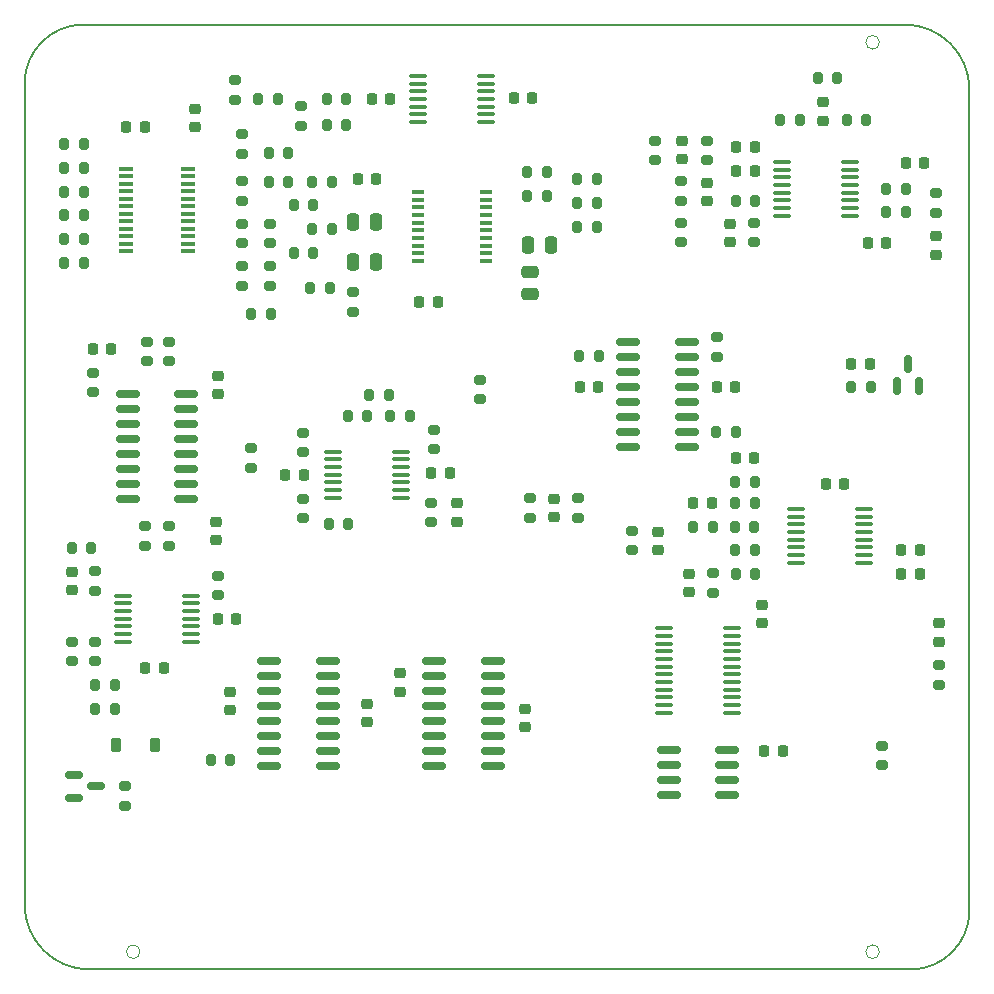
<source format=gbr>
G04 #@! TF.GenerationSoftware,KiCad,Pcbnew,7.0.11*
G04 #@! TF.CreationDate,2025-02-13T22:30:29-08:00*
G04 #@! TF.ProjectId,poledancer,706f6c65-6461-46e6-9365-722e6b696361,0.2*
G04 #@! TF.SameCoordinates,PX3de4ba0PY6578900*
G04 #@! TF.FileFunction,Paste,Top*
G04 #@! TF.FilePolarity,Positive*
%FSLAX46Y46*%
G04 Gerber Fmt 4.6, Leading zero omitted, Abs format (unit mm)*
G04 Created by KiCad (PCBNEW 7.0.11) date 2025-02-13 22:30:29*
%MOMM*%
%LPD*%
G01*
G04 APERTURE LIST*
G04 Aperture macros list*
%AMRoundRect*
0 Rectangle with rounded corners*
0 $1 Rounding radius*
0 $2 $3 $4 $5 $6 $7 $8 $9 X,Y pos of 4 corners*
0 Add a 4 corners polygon primitive as box body*
4,1,4,$2,$3,$4,$5,$6,$7,$8,$9,$2,$3,0*
0 Add four circle primitives for the rounded corners*
1,1,$1+$1,$2,$3*
1,1,$1+$1,$4,$5*
1,1,$1+$1,$6,$7*
1,1,$1+$1,$8,$9*
0 Add four rect primitives between the rounded corners*
20,1,$1+$1,$2,$3,$4,$5,0*
20,1,$1+$1,$4,$5,$6,$7,0*
20,1,$1+$1,$6,$7,$8,$9,0*
20,1,$1+$1,$8,$9,$2,$3,0*%
G04 Aperture macros list end*
%ADD10RoundRect,0.225000X-0.250000X0.225000X-0.250000X-0.225000X0.250000X-0.225000X0.250000X0.225000X0*%
%ADD11RoundRect,0.225000X0.250000X-0.225000X0.250000X0.225000X-0.250000X0.225000X-0.250000X-0.225000X0*%
%ADD12RoundRect,0.200000X0.200000X0.275000X-0.200000X0.275000X-0.200000X-0.275000X0.200000X-0.275000X0*%
%ADD13RoundRect,0.100000X0.637500X0.100000X-0.637500X0.100000X-0.637500X-0.100000X0.637500X-0.100000X0*%
%ADD14RoundRect,0.100000X-0.637500X-0.100000X0.637500X-0.100000X0.637500X0.100000X-0.637500X0.100000X0*%
%ADD15RoundRect,0.225000X0.225000X0.250000X-0.225000X0.250000X-0.225000X-0.250000X0.225000X-0.250000X0*%
%ADD16R,1.200000X0.400000*%
%ADD17RoundRect,0.250000X0.250000X0.475000X-0.250000X0.475000X-0.250000X-0.475000X0.250000X-0.475000X0*%
%ADD18RoundRect,0.150000X-0.825000X-0.150000X0.825000X-0.150000X0.825000X0.150000X-0.825000X0.150000X0*%
%ADD19RoundRect,0.225000X-0.225000X-0.250000X0.225000X-0.250000X0.225000X0.250000X-0.225000X0.250000X0*%
%ADD20RoundRect,0.200000X0.275000X-0.200000X0.275000X0.200000X-0.275000X0.200000X-0.275000X-0.200000X0*%
%ADD21RoundRect,0.200000X-0.200000X-0.275000X0.200000X-0.275000X0.200000X0.275000X-0.200000X0.275000X0*%
%ADD22RoundRect,0.200000X-0.275000X0.200000X-0.275000X-0.200000X0.275000X-0.200000X0.275000X0.200000X0*%
%ADD23RoundRect,0.250000X-0.475000X0.250000X-0.475000X-0.250000X0.475000X-0.250000X0.475000X0.250000X0*%
%ADD24RoundRect,0.150000X-0.587500X-0.150000X0.587500X-0.150000X0.587500X0.150000X-0.587500X0.150000X0*%
%ADD25R,1.000000X0.400000*%
%ADD26RoundRect,0.218750X0.256250X-0.218750X0.256250X0.218750X-0.256250X0.218750X-0.256250X-0.218750X0*%
%ADD27RoundRect,0.250000X-0.250000X-0.475000X0.250000X-0.475000X0.250000X0.475000X-0.250000X0.475000X0*%
%ADD28RoundRect,0.150000X0.150000X-0.587500X0.150000X0.587500X-0.150000X0.587500X-0.150000X-0.587500X0*%
%ADD29RoundRect,0.225000X-0.225000X-0.375000X0.225000X-0.375000X0.225000X0.375000X-0.225000X0.375000X0*%
G04 #@! TA.AperFunction,Profile*
%ADD30C,0.150000*%
G04 #@! TD*
G04 #@! TA.AperFunction,Profile*
%ADD31C,0.050000*%
G04 #@! TD*
G04 APERTURE END LIST*
D10*
X56125000Y71625000D03*
X56125000Y70075000D03*
D11*
X45325000Y39795000D03*
X45325000Y41345000D03*
D12*
X22824998Y70600000D03*
X21174998Y70600000D03*
D11*
X54100000Y37025000D03*
X54100000Y38575000D03*
D13*
X71562500Y35925000D03*
X71562500Y36575000D03*
X71562500Y37225000D03*
X71562500Y37875000D03*
X71562500Y38525000D03*
X71562500Y39175000D03*
X71562500Y39825000D03*
X71562500Y40475000D03*
X65837500Y40475000D03*
X65837500Y39825000D03*
X65837500Y39175000D03*
X65837500Y38525000D03*
X65837500Y37875000D03*
X65837500Y37225000D03*
X65837500Y36575000D03*
X65837500Y35925000D03*
D14*
X33837500Y77150000D03*
X33837500Y76500000D03*
X33837500Y75850000D03*
X33837500Y75200000D03*
X33837500Y74550000D03*
X33837500Y73900000D03*
X33837500Y73250000D03*
X39562500Y73250000D03*
X39562500Y73900000D03*
X39562500Y74550000D03*
X39562500Y75200000D03*
X39562500Y75850000D03*
X39562500Y76500000D03*
X39562500Y77150000D03*
D12*
X5525000Y67350000D03*
X3875000Y67350000D03*
D15*
X31475000Y75200000D03*
X29925000Y75200000D03*
D16*
X9100000Y69292500D03*
X9100000Y68657500D03*
X9100000Y68022500D03*
X9100000Y67387500D03*
X9100000Y66752500D03*
X9100000Y66117500D03*
X9100000Y65482500D03*
X9100000Y64847500D03*
X9100000Y64212500D03*
X9100000Y63577500D03*
X9100000Y62942500D03*
X9100000Y62307500D03*
X14300000Y62307500D03*
X14300000Y62942500D03*
X14300000Y63577500D03*
X14300000Y64212500D03*
X14300000Y64847500D03*
X14300000Y65482500D03*
X14300000Y66117500D03*
X14300000Y66752500D03*
X14300000Y67387500D03*
X14300000Y68022500D03*
X14300000Y68657500D03*
X14300000Y69292500D03*
D17*
X30250000Y64800000D03*
X28350000Y64800000D03*
D18*
X51625000Y54645000D03*
X51625000Y53375000D03*
X51625000Y52105000D03*
X51625000Y50835000D03*
X51625000Y49565000D03*
X51625000Y48295000D03*
X51625000Y47025000D03*
X51625000Y45755000D03*
X56575000Y45755000D03*
X56575000Y47025000D03*
X56575000Y48295000D03*
X56575000Y49565000D03*
X56575000Y50835000D03*
X56575000Y52105000D03*
X56575000Y53375000D03*
X56575000Y54645000D03*
D19*
X10725000Y27000000D03*
X12275000Y27000000D03*
D20*
X23900000Y72925000D03*
X23900000Y74575000D03*
D21*
X29675000Y50150000D03*
X31325000Y50150000D03*
D19*
X68325000Y42600000D03*
X69875000Y42600000D03*
D18*
X9225000Y50245000D03*
X9225000Y48975000D03*
X9225000Y47705000D03*
X9225000Y46435000D03*
X9225000Y45165000D03*
X9225000Y43895000D03*
X9225000Y42625000D03*
X9225000Y41355000D03*
X14175000Y41355000D03*
X14175000Y42625000D03*
X14175000Y43895000D03*
X14175000Y45165000D03*
X14175000Y46435000D03*
X14175000Y47705000D03*
X14175000Y48975000D03*
X14175000Y50245000D03*
D15*
X72050000Y52800000D03*
X70500000Y52800000D03*
D10*
X37097000Y40975000D03*
X37097000Y39425000D03*
D20*
X21249998Y59375000D03*
X21249998Y61025000D03*
D12*
X24925000Y62200000D03*
X23275000Y62200000D03*
D21*
X43050000Y69000000D03*
X44700000Y69000000D03*
X70100000Y73400000D03*
X71750000Y73400000D03*
D12*
X75100000Y65600000D03*
X73450000Y65600000D03*
D21*
X26075000Y75200000D03*
X27725000Y75200000D03*
D12*
X21925000Y75200000D03*
X20275000Y75200000D03*
D20*
X6500000Y27575000D03*
X6500000Y29225000D03*
D22*
X58750000Y35025000D03*
X58750000Y33375000D03*
D23*
X43300000Y60550000D03*
X43300000Y58650000D03*
D22*
X12700000Y54625000D03*
X12700000Y52975000D03*
D20*
X53900000Y70025000D03*
X53900000Y71675000D03*
D12*
X8125000Y25600000D03*
X6475000Y25600000D03*
D11*
X17900000Y23425000D03*
X17900000Y24975000D03*
D24*
X4692500Y17950000D03*
X4692500Y16050000D03*
X6567500Y17000000D03*
D22*
X19700000Y45625000D03*
X19700000Y43975000D03*
D19*
X28725000Y68400000D03*
X30275000Y68400000D03*
D21*
X67675000Y77000000D03*
X69325000Y77000000D03*
D11*
X16900000Y50225000D03*
X16900000Y51775000D03*
D22*
X18900000Y61025000D03*
X18900000Y59375000D03*
D20*
X18900000Y70575000D03*
X18900000Y72225000D03*
D22*
X43325000Y41395000D03*
X43325000Y39745000D03*
D12*
X22824998Y68200000D03*
X21174998Y68200000D03*
D10*
X62900000Y32375000D03*
X62900000Y30825000D03*
D19*
X34950000Y43550000D03*
X36500000Y43550000D03*
D15*
X62312500Y71100000D03*
X60762500Y71100000D03*
D22*
X6475000Y35200000D03*
X6475000Y33550000D03*
D19*
X60725000Y44800000D03*
X62275000Y44800000D03*
D15*
X49075000Y50800000D03*
X47525000Y50800000D03*
X62312500Y69100000D03*
X60762500Y69100000D03*
D12*
X49125000Y53400000D03*
X47475000Y53400000D03*
D20*
X18300000Y75125000D03*
X18300000Y76775000D03*
D12*
X5525000Y71350000D03*
X3875000Y71350000D03*
D21*
X47275000Y64400000D03*
X48925000Y64400000D03*
D18*
X21200000Y27645000D03*
X21200000Y26375000D03*
X21200000Y25105000D03*
X21200000Y23835000D03*
X21200000Y22565000D03*
X21200000Y21295000D03*
X21200000Y20025000D03*
X21200000Y18755000D03*
X26150000Y18755000D03*
X26150000Y20025000D03*
X26150000Y21295000D03*
X26150000Y22565000D03*
X26150000Y23835000D03*
X26150000Y25105000D03*
X26150000Y26375000D03*
X26150000Y27645000D03*
D10*
X77700000Y63575000D03*
X77700000Y62025000D03*
D11*
X68125000Y73375000D03*
X68125000Y74925000D03*
D22*
X4525000Y29225000D03*
X4525000Y27575000D03*
D12*
X58750000Y39000000D03*
X57100000Y39000000D03*
D21*
X64500000Y73400000D03*
X66150000Y73400000D03*
D17*
X30250000Y61400000D03*
X28350000Y61400000D03*
D12*
X5525000Y63350000D03*
X3875000Y63350000D03*
D19*
X71925000Y63000000D03*
X73475000Y63000000D03*
D22*
X35125000Y47175000D03*
X35125000Y45525000D03*
D25*
X39600000Y61475000D03*
X39600000Y62125000D03*
X39600000Y62775000D03*
X39600000Y63425000D03*
X39600000Y64075000D03*
X39600000Y64725000D03*
X39600000Y65375000D03*
X39600000Y66025000D03*
X39600000Y66675000D03*
X39600000Y67325000D03*
X33800000Y67325000D03*
X33800000Y66675000D03*
X33800000Y66025000D03*
X33800000Y65375000D03*
X33800000Y64725000D03*
X33800000Y64075000D03*
X33800000Y63425000D03*
X33800000Y62775000D03*
X33800000Y62125000D03*
X33800000Y61475000D03*
D19*
X41925000Y75250000D03*
X43475000Y75250000D03*
D22*
X56100000Y64700000D03*
X56100000Y63050000D03*
D18*
X35200000Y27600000D03*
X35200000Y26330000D03*
X35200000Y25060000D03*
X35200000Y23790000D03*
X35200000Y22520000D03*
X35200000Y21250000D03*
X35200000Y19980000D03*
X35200000Y18710000D03*
X40150000Y18710000D03*
X40150000Y19980000D03*
X40150000Y21250000D03*
X40150000Y22520000D03*
X40150000Y23790000D03*
X40150000Y25060000D03*
X40150000Y26330000D03*
X40150000Y27600000D03*
D20*
X12700000Y37375000D03*
X12700000Y39025000D03*
D19*
X33925000Y58000000D03*
X35475000Y58000000D03*
D15*
X58675000Y41000000D03*
X57125000Y41000000D03*
D11*
X14900000Y72825000D03*
X14900000Y74375000D03*
D21*
X19675000Y57000000D03*
X21325000Y57000000D03*
D10*
X32300000Y26575000D03*
X32300000Y25025000D03*
D12*
X48925000Y68400000D03*
X47275000Y68400000D03*
D20*
X59150000Y53375000D03*
X59150000Y55025000D03*
D12*
X26500000Y68200000D03*
X24850000Y68200000D03*
D14*
X64637500Y69875000D03*
X64637500Y69225000D03*
X64637500Y68575000D03*
X64637500Y67925000D03*
X64637500Y67275000D03*
X64637500Y66625000D03*
X64637500Y65975000D03*
X64637500Y65325000D03*
X70362500Y65325000D03*
X70362500Y65975000D03*
X70362500Y66625000D03*
X70362500Y67275000D03*
X70362500Y67925000D03*
X70362500Y68575000D03*
X70362500Y69225000D03*
X70362500Y69875000D03*
D22*
X6300000Y52025000D03*
X6300000Y50375000D03*
D20*
X34925000Y39375000D03*
X34925000Y41025000D03*
D22*
X77900000Y27237500D03*
X77900000Y25587500D03*
D12*
X26325000Y59200000D03*
X24675000Y59200000D03*
X75100000Y67600000D03*
X73450000Y67600000D03*
X5525000Y61350000D03*
X3875000Y61350000D03*
D14*
X54637500Y30375000D03*
X54637500Y29725000D03*
X54637500Y29075000D03*
X54637500Y28425000D03*
X54637500Y27775000D03*
X54637500Y27125000D03*
X54637500Y26475000D03*
X54637500Y25825000D03*
X54637500Y25175000D03*
X54637500Y24525000D03*
X54637500Y23875000D03*
X54637500Y23225000D03*
X60362500Y23225000D03*
X60362500Y23875000D03*
X60362500Y24525000D03*
X60362500Y25175000D03*
X60362500Y25825000D03*
X60362500Y26475000D03*
X60362500Y27125000D03*
X60362500Y27775000D03*
X60362500Y28425000D03*
X60362500Y29075000D03*
X60362500Y29725000D03*
X60362500Y30375000D03*
D21*
X60675000Y42800000D03*
X62325000Y42800000D03*
D11*
X29500000Y22425000D03*
X29500000Y23975000D03*
D22*
X9010000Y17025000D03*
X9010000Y15375000D03*
X21249998Y64625000D03*
X21249998Y62975000D03*
D19*
X75125000Y69800000D03*
X76675000Y69800000D03*
D11*
X42900000Y22025000D03*
X42900000Y23575000D03*
D19*
X74725000Y37000000D03*
X76275000Y37000000D03*
D21*
X59075000Y47000000D03*
X60725000Y47000000D03*
D19*
X74725000Y35016000D03*
X76275000Y35016000D03*
D12*
X5525000Y69350000D03*
X3875000Y69350000D03*
D19*
X6300000Y54000000D03*
X7850000Y54000000D03*
D21*
X27875000Y48350000D03*
X29525000Y48350000D03*
D15*
X60675000Y50800000D03*
X59125000Y50800000D03*
D21*
X60712500Y66600000D03*
X62362500Y66600000D03*
D10*
X56725000Y34975000D03*
X56725000Y33425000D03*
D14*
X8837500Y33150000D03*
X8837500Y32500000D03*
X8837500Y31850000D03*
X8837500Y31200000D03*
X8837500Y30550000D03*
X8837500Y29900000D03*
X8837500Y29250000D03*
X14562500Y29250000D03*
X14562500Y29900000D03*
X14562500Y30550000D03*
X14562500Y31200000D03*
X14562500Y31850000D03*
X14562500Y32500000D03*
X14562500Y33150000D03*
D20*
X47325000Y39745000D03*
X47325000Y41395000D03*
D21*
X4475000Y37200000D03*
X6125000Y37200000D03*
D22*
X73100000Y20425000D03*
X73100000Y18775000D03*
D21*
X60700000Y35000000D03*
X62350000Y35000000D03*
D22*
X10900000Y54625000D03*
X10900000Y52975000D03*
D21*
X60675000Y41000000D03*
X62325000Y41000000D03*
D18*
X55025000Y20105000D03*
X55025000Y18835000D03*
X55025000Y17565000D03*
X55025000Y16295000D03*
X59975000Y16295000D03*
X59975000Y17565000D03*
X59975000Y18835000D03*
X59975000Y20105000D03*
D22*
X24100000Y46950000D03*
X24100000Y45300000D03*
D19*
X9125000Y72850000D03*
X10675000Y72850000D03*
D22*
X58300000Y71675000D03*
X58300000Y70025000D03*
D11*
X60212500Y63100000D03*
X60212500Y64650000D03*
D21*
X60675000Y37000000D03*
X62325000Y37000000D03*
X31460000Y48350000D03*
X33110000Y48350000D03*
X16275000Y19200000D03*
X17925000Y19200000D03*
D20*
X62287500Y63050000D03*
X62287500Y64700000D03*
D12*
X27925000Y39200000D03*
X26275000Y39200000D03*
D26*
X77900000Y29225000D03*
X77900000Y30800000D03*
D12*
X5525000Y65350000D03*
X3875000Y65350000D03*
D27*
X43150000Y62800000D03*
X45050000Y62800000D03*
D22*
X39100000Y51425000D03*
X39100000Y49775000D03*
D21*
X70475000Y50800000D03*
X72125000Y50800000D03*
D22*
X18900000Y68225000D03*
X18900000Y66575000D03*
D21*
X60650000Y39000000D03*
X62300000Y39000000D03*
D22*
X56117500Y68225000D03*
X56117500Y66575000D03*
D20*
X10700000Y37375000D03*
X10700000Y39025000D03*
X28300000Y57175000D03*
X28300000Y58825000D03*
D21*
X6475000Y23525000D03*
X8125000Y23525000D03*
D11*
X58300000Y66575000D03*
X58300000Y68125000D03*
D12*
X44700000Y67000000D03*
X43050000Y67000000D03*
D15*
X24125000Y43350000D03*
X22575000Y43350000D03*
D28*
X74350000Y50862500D03*
X76250000Y50862500D03*
X75300000Y52737500D03*
D15*
X64675000Y20000000D03*
X63125000Y20000000D03*
D20*
X24100000Y39700000D03*
X24100000Y41350000D03*
D14*
X26637500Y45350000D03*
X26637500Y44700000D03*
X26637500Y44050000D03*
X26637500Y43400000D03*
X26637500Y42750000D03*
X26637500Y42100000D03*
X26637500Y41450000D03*
X32362500Y41450000D03*
X32362500Y42100000D03*
X32362500Y42750000D03*
X32362500Y43400000D03*
X32362500Y44050000D03*
X32362500Y44700000D03*
X32362500Y45350000D03*
D20*
X51900000Y36975000D03*
X51900000Y38625000D03*
D22*
X77700000Y67225000D03*
X77700000Y65575000D03*
D15*
X18425000Y31200000D03*
X16875000Y31200000D03*
D29*
X8250000Y20525000D03*
X11550000Y20525000D03*
D21*
X23275000Y66200000D03*
X24925000Y66200000D03*
X47275000Y66400000D03*
X48925000Y66400000D03*
D10*
X4500000Y35150000D03*
X4500000Y33600000D03*
D21*
X24850000Y64200000D03*
X26500000Y64200000D03*
D22*
X16900000Y34825000D03*
X16900000Y33175000D03*
D10*
X16700000Y39375000D03*
X16700000Y37825000D03*
D20*
X18900000Y62975000D03*
X18900000Y64625000D03*
D12*
X27725000Y73000000D03*
X26075000Y73000000D03*
D30*
X500000Y7000000D02*
G75*
G03*
X6000000Y1500000I5500000J0D01*
G01*
X75500000Y1500000D02*
G75*
G03*
X80500000Y6500000I0J5000000D01*
G01*
X75500000Y1500000D02*
X6000000Y1500000D01*
X5500000Y81500000D02*
G75*
G03*
X500000Y76500000I0J-5000000D01*
G01*
X80500000Y76000000D02*
G75*
G03*
X75000000Y81500000I-5500000J0D01*
G01*
X5500000Y81500000D02*
X75000000Y81500000D01*
X80500000Y6500000D02*
X80500000Y76000000D01*
X500000Y76500000D02*
X500000Y7000000D01*
D31*
X10276000Y3000000D02*
G75*
G03*
X9124000Y3000000I-576000J0D01*
G01*
X9124000Y3000000D02*
G75*
G03*
X10276000Y3000000I576000J0D01*
G01*
X72876000Y80000000D02*
G75*
G03*
X71724000Y80000000I-576000J0D01*
G01*
X71724000Y80000000D02*
G75*
G03*
X72876000Y80000000I576000J0D01*
G01*
X72876000Y3000000D02*
G75*
G03*
X71724000Y3000000I-576000J0D01*
G01*
X71724000Y3000000D02*
G75*
G03*
X72876000Y3000000I576000J0D01*
G01*
M02*

</source>
